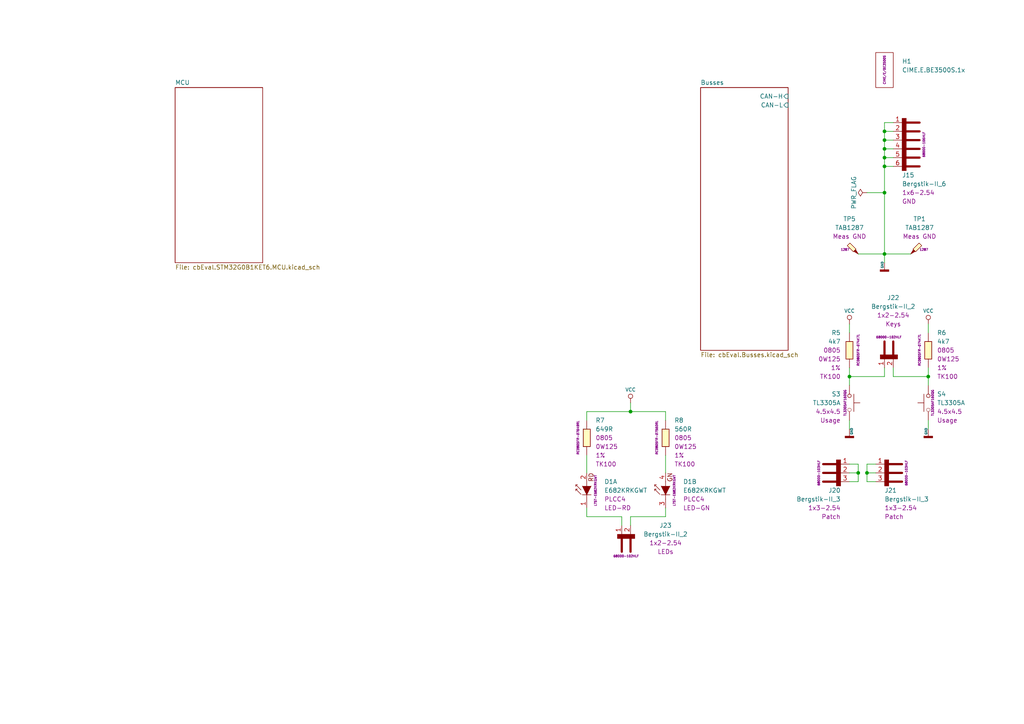
<source format=kicad_sch>
(kicad_sch (version 20211123) (generator eeschema)
  (paper "A4")
  (title_block (title "cbEval ATtiny412 & ATtiny1614") (rev "1.1.0"))
  (lib_symbols
    (symbol "D.LED:E682KRKGWT" (pin_names (offset 1.016) hide)
      (property "Reference" "D" (at 5.08 5.08 0))
      (property "Value" "E682KRKGWT" (at 5.08 2.54 0))
      (property "Package" "PLCC4" (at 5.08 0 0))
      (property "ID" "LTST-E682KRKGWT" (at 2.54 0 90))
      (property "Usage" "Usage" (at 5.08 -2.54 0))
      (symbol "E682KRKGWT_0_1"
        (polyline (pts (xy -3.175 1.651) (xy -3.175 1.143)))
        (polyline (pts (xy -1.27 -1.27) (xy 1.27 -1.27)) (stroke (width 0.1524)))
        (polyline (pts (xy 0 -2.54) (xy 0 -1.27)))
        (polyline (pts (xy 0 1.27) (xy 0 2.54)))
        (polyline (pts (xy -1.651 0.127) (xy -3.175 1.651) (xy -2.667 1.651)))
        (polyline (pts (xy -1.27 1.27) (xy 0 -1.27) (xy 1.27 1.27)) (fill (type outline)))
        (polyline (pts (xy -1.651 -1.143) (xy -3.175 0.381) (xy -2.667 0.381) (xy -3.175 0.381) (xy -3.175 -0.127)))
      )
      (symbol "E682KRKGWT_1_0"
        (text "RD" (at 1.27 3.81 900) (effects (font (size 1.27 1.27))))
      )
      (symbol "E682KRKGWT_1_1"
        (pin passive line (at 0 -5.08 90) (length 2.54) (name "Rd-C") (number "1"))
        (pin passive line (at 0 5.08 270) (length 2.54) (name "Rd-A") (number "2"))
      )
      (symbol "E682KRKGWT_2_0"
        (text "GN" (at 1.27 3.81 900) (effects (font (size 1.27 1.27))))
      )
      (symbol "E682KRKGWT_2_1"
        (pin passive line (at 0 -5.08 90) (length 2.54) (name "Gn-C") (number "3"))
        (pin passive line (at 0 5.08 270) (length 2.54) (name "Gn-A") (number "4"))
      )
    )
    (symbol "H.Housing:CIME.E.BE3500S.1x"
      (property "Reference" "H" (at 2.54 2.54 0))
      (property "Value" "CIME.E.BE3500S.1x" (at 2.54 -2.54 0))
      (property "ID" "CIME/E/BE3500S" (at 0 0 90))
      (symbol "CIME.E.BE3500S.1x_0_1"
        (rectangle (start -2.54 5.08) (end 2.54 -5.08) (stroke (width 0.1524)))
      )
    )
    (symbol "J.PinHeader:Bergstik-II_2" (pin_names (offset 0.002) hide)
      (property "Reference" "J" (at -2.54 -2.54 0))
      (property "Value" "Bergstik-II_2" (at -2.54 -5.08 0))
      (property "Package" "1x2-2.54" (at -2.54 -7.62 0))
      (property "Usage" "Usage" (at -2.54 -10.16 0))
      (property "ID" "68000-102HLF" (at 3.81 1.27 90))
      (symbol "Bergstik-II_2_0_1"
        (rectangle (start -2.54 3.81) (end -1.27 -1.27) (stroke (width 0.0006)) (fill (type outline)))
        (polyline (pts (xy -1.27 0) (xy 2.54 0)) (stroke (width 0.635)))
        (polyline (pts (xy -1.27 2.54) (xy 2.54 2.54)) (stroke (width 0.635)))
      )
      (symbol "Bergstik-II_2_1_1"
        (pin passive line (at -5.08 2.54 0) (length 2.54) (name "A1") (number "1"))
        (pin passive line (at -5.08 0 0) (length 2.54) (name "A2") (number "2"))
      )
    )
    (symbol "J.PinHeader:Bergstik-II_3" (pin_names (offset 0.002) hide)
      (property "Reference" "J" (at -2.54 -5.08 0))
      (property "Value" "Bergstik-II_3" (at -2.54 -7.62 0))
      (property "Package" "1x3-2.54" (at -2.54 -10.16 0))
      (property "Usage" "Usage" (at -2.54 -12.7 0))
      (property "ID" "68000-103HLF" (at 3.81 0 90))
      (symbol "Bergstik-II_3_0_1"
        (rectangle (start -2.54 3.81) (end -1.27 -3.81) (stroke (width 0.0006)) (fill (type outline)))
        (polyline (pts (xy -1.27 -2.54) (xy 2.54 -2.54)) (stroke (width 0.635)))
        (polyline (pts (xy -1.27 0) (xy 2.54 0)) (stroke (width 0.635)))
        (polyline (pts (xy -1.27 2.54) (xy 2.54 2.54)) (stroke (width 0.635)))
      )
      (symbol "Bergstik-II_3_1_1"
        (pin passive line (at -5.08 2.54 0) (length 2.54) (name "A1") (number "1"))
        (pin passive line (at -5.08 0 0) (length 2.54) (name "A2") (number "2"))
        (pin passive line (at -5.08 -2.54 0) (length 2.54) (name "A3") (number "3"))
      )
    )
    (symbol "J.PinHeader:Bergstik-II_6" (pin_names (offset 0.002) hide)
      (property "Reference" "J" (at -2.54 -10.16 0))
      (property "Value" "Bergstik-II_6" (at -2.54 -12.7 0))
      (property "Package" "1x6-2.54" (at -2.54 -15.24 0))
      (property "Usage" "Usage" (at -2.54 -17.78 0))
      (property "ID" "68000-106HLF" (at 3.81 -1.27 90))
      (symbol "Bergstik-II_6_0_1"
        (rectangle (start -2.54 6.35) (end -1.27 -8.89) (stroke (width 0.0006)) (fill (type outline)))
        (polyline (pts (xy -1.27 -7.62) (xy 2.54 -7.62)) (stroke (width 0.635)))
        (polyline (pts (xy -1.27 -5.08) (xy 2.54 -5.08)) (stroke (width 0.635)))
        (polyline (pts (xy -1.27 -2.54) (xy 2.54 -2.54)) (stroke (width 0.635)))
        (polyline (pts (xy -1.27 0) (xy 2.54 0)) (stroke (width 0.635)))
        (polyline (pts (xy -1.27 2.54) (xy 2.54 2.54)) (stroke (width 0.635)))
        (polyline (pts (xy -1.27 5.08) (xy 2.54 5.08)) (stroke (width 0.635)))
      )
      (symbol "Bergstik-II_6_1_1"
        (pin passive line (at -5.08 5.08 0) (length 2.54) (name "A1") (number "1"))
        (pin passive line (at -5.08 2.54 0) (length 2.54) (name "A2") (number "2"))
        (pin passive line (at -5.08 0 0) (length 2.54) (name "A3") (number "3"))
        (pin passive line (at -5.08 -2.54 0) (length 2.54) (name "A4") (number "4"))
        (pin passive line (at -5.08 -5.08 0) (length 2.54) (name "A5") (number "5"))
        (pin passive line (at -5.08 -7.62 0) (length 2.54) (name "A6") (number "6"))
      )
    )
    (symbol "R.Yageo.RC0805:4k7" (pin_numbers hide) (pin_names (offset 1.016) hide)
      (property "Reference" "R" (at 2.54 5.08 0))
      (property "Value" "4k7" (at 2.54 2.54 0))
      (property "Package" "0805" (at 2.54 0 0))
      (property "Power" "0W125" (at 2.54 -2.54 0))
      (property "Tolerance" "1%" (at 2.54 -5.08 0))
      (property "TK" "TK100" (at 2.54 -7.62 0))
      (property "ID" "RC0805FR-074K7L" (at -2.54 0 90))
      (symbol "4k7_0_1"
        (rectangle (start -1.016 2.54) (end 1.016 -2.54) (stroke (width 0.2032)) (fill (type background)))
      )
      (symbol "4k7_1_1"
        (pin passive line (at 0 5.08 270) (length 2.54) (name "~") (number "1"))
        (pin passive line (at 0 -5.08 90) (length 2.54) (name "~") (number "2"))
      )
    )
    (symbol "R.Yageo.RC0805:560R" (pin_numbers hide) (pin_names (offset 1.016) hide)
      (property "Reference" "R" (at 2.54 5.08 0))
      (property "Value" "560R" (at 2.54 2.54 0))
      (property "Package" "0805" (at 2.54 0 0))
      (property "Power" "0W125" (at 2.54 -2.54 0))
      (property "Tolerance" "1%" (at 2.54 -5.08 0))
      (property "TK" "TK100" (at 2.54 -7.62 0))
      (property "ID" "RC0805FR-07560RL" (at -2.54 0 90))
      (symbol "560R_0_1"
        (rectangle (start -1.016 2.54) (end 1.016 -2.54) (stroke (width 0.2032)) (fill (type background)))
      )
      (symbol "560R_1_1"
        (pin passive line (at 0 5.08 270) (length 2.54) (name "~") (number "1"))
        (pin passive line (at 0 -5.08 90) (length 2.54) (name "~") (number "2"))
      )
    )
    (symbol "R.Yageo.RC0805:649R" (pin_numbers hide) (pin_names (offset 1.016) hide)
      (property "Reference" "R" (at 2.54 5.08 0))
      (property "Value" "649R" (at 2.54 2.54 0))
      (property "Package" "0805" (at 2.54 0 0))
      (property "Power" "0W125" (at 2.54 -2.54 0))
      (property "Tolerance" "1%" (at 2.54 -5.08 0))
      (property "TK" "TK100" (at 2.54 -7.62 0))
      (property "ID" "RC0805FR-07649RL" (at -2.54 0 90))
      (symbol "649R_0_1"
        (rectangle (start -1.016 2.54) (end 1.016 -2.54) (stroke (width 0.2032)) (fill (type background)))
      )
      (symbol "649R_1_1"
        (pin passive line (at 0 5.08 270) (length 2.54) (name "~") (number "1"))
        (pin passive line (at 0 -5.08 90) (length 2.54) (name "~") (number "2"))
      )
    )
    (symbol "S:TL3305A" (pin_numbers hide) (pin_names (offset 1.016) hide)
      (property "Reference" "S" (at 2.54 2.54 0))
      (property "Value" "TL3305A" (at 2.54 0 0))
      (property "Package" "4.5x4.5" (at 2.54 -2.54 0))
      (property "Usage" "Usage" (at 2.54 -5.08 0))
      (property "ID" "TL3305AF160QG" (at 1.27 0 90))
      (symbol "TL3305A_0_1"
        (circle (center 0 -2.032) (radius 0.508) (stroke (width 0.0508)))
        (polyline (pts (xy -1.27 0) (xy -3.048 0)))
        (polyline (pts (xy -1.27 2.54) (xy -1.27 -2.54)))
        (circle (center 0 2.032) (radius 0.508))
        (pin passive line (at 0 5.08 270) (length 2.54) (name "1") (number "1"))
        (pin passive line (at 0 -5.08 90) (length 2.54) (name "2") (number "2"))
      )
    )
    (symbol "Supply:GND" (power) (pin_numbers hide) (pin_names (offset 0) hide)
      (property "Value" "GND" (at -0.635 -0.635 90))
      (symbol "GND_0_1"
        (rectangle (start -1.27 -2.032) (end 1.27 -2.54) (stroke (width 0.1524)) (fill (type outline)))
        (polyline (pts (xy 0 0) (xy 0 -2.032)) (stroke (width 0.1524)))
      )
      (symbol "GND_1_1"
        (pin power_in line (at 0 0 270) (length 0) hide (name "GND") (number "1"))
      )
    )
    (symbol "Supply:PWR_FLAG" (power) (pin_numbers hide) (pin_names (offset 0) hide)
      (property "Value" "PWR_FLAG" (at 0 3.81 0))
      (symbol "PWR_FLAG_0_0"
        (pin power_out line (at 0 0 90) (length 0) (name "pwr") (number "1"))
      )
      (symbol "PWR_FLAG_0_1"
        (polyline (pts (xy 0 0) (xy 0 1.27) (xy -1.016 1.905) (xy 0 2.54) (xy 1.016 1.905) (xy 0 1.27)))
      )
    )
    (symbol "Supply:VCC" (power) (pin_numbers hide) (pin_names (offset 0) hide)
      (property "Value" "VCC" (at 0 3.81 0))
      (symbol "VCC_0_1"
        (polyline (pts (xy 0 0) (xy 0 1.27)))
        (circle (center 0 1.905) (radius 0.635))
      )
      (symbol "VCC_1_1"
        (pin power_in line (at 0 0 90) (length 0) hide (name "VCC") (number "1"))
      )
    )
    (symbol "TP.Keystone:TAB1287" (pin_numbers hide) (pin_names (offset 0.762) hide)
      (property "Reference" "TP" (at 2.54 10.16 0))
      (property "Value" "TAB1287" (at 2.54 7.62 0))
      (property "Usage" "Usage" (at 2.54 5.08 0))
      (property "ID" "1287" (at 3.81 1.27 0))
      (symbol "TAB1287_0_1"
        (polyline (pts (xy 1.27 0.762) (xy 0 0) (xy 0.762 1.27) (xy 1.27 0.762)) (fill (type outline)))
        (polyline (pts (xy 1.397 0.635) (xy 0.635 1.397) (xy 2.413 3.175) (xy 3.175 2.413) (xy 1.397 0.635)) (fill (type background)))
      )
      (symbol "TAB1287_1_1"
        (pin passive line (at 0 0 90) (length 0) (name "1") (number "1"))
      )
    )
  )
  (junction (at 251.46 137.16) (diameter 0.9144))
  (junction (at 256.54 40.64) (diameter 0.9144))
  (junction (at 248.92 137.16) (diameter 0.9144))
  (junction (at 256.54 73.66) (diameter 0.9144))
  (junction (at 256.54 55.88) (diameter 0.9144))
  (junction (at 256.54 43.18) (diameter 0.9144))
  (junction (at 246.38 109.22) (diameter 0.9144))
  (junction (at 256.54 48.26) (diameter 0.9144))
  (junction (at 182.88 119.38) (diameter 0.9144))
  (junction (at 256.54 45.72) (diameter 0.9144))
  (junction (at 256.54 38.1) (diameter 0.9144))
  (junction (at 269.24 109.22) (diameter 0.9144))
  (wire (pts (xy 256.54 48.26) (xy 256.54 45.72)))
  (wire (pts (xy 259.08 106.68) (xy 259.08 109.22)))
  (wire (pts (xy 259.08 109.22) (xy 269.24 109.22)))
  (wire (pts (xy 256.54 48.26) (xy 256.54 55.88)))
  (wire (pts (xy 256.54 55.88) (xy 256.54 73.66)))
  (wire (pts (xy 269.24 96.52) (xy 269.24 93.98)))
  (wire (pts (xy 259.08 38.1) (xy 256.54 38.1)))
  (wire (pts (xy 170.18 149.86) (xy 170.18 147.32)))
  (wire (pts (xy 180.34 149.86) (xy 170.18 149.86)))
  (wire (pts (xy 180.34 152.4) (xy 180.34 149.86)))
  (wire (pts (xy 256.54 38.1) (xy 256.54 35.56)))
  (wire (pts (xy 251.46 55.88) (xy 256.54 55.88)))
  (wire (pts (xy 269.24 124.46) (xy 269.24 121.92)))
  (wire (pts (xy 256.54 45.72) (xy 256.54 43.18)))
  (wire (pts (xy 256.54 76.2) (xy 256.54 73.66)))
  (wire (pts (xy 259.08 48.26) (xy 256.54 48.26)))
  (wire (pts (xy 193.04 121.92) (xy 193.04 119.38)))
  (wire (pts (xy 246.38 134.62) (xy 248.92 134.62)))
  (wire (pts (xy 248.92 134.62) (xy 248.92 137.16)))
  (wire (pts (xy 248.92 137.16) (xy 248.92 139.7)))
  (wire (pts (xy 248.92 139.7) (xy 246.38 139.7)))
  (wire (pts (xy 259.08 40.64) (xy 256.54 40.64)))
  (wire (pts (xy 246.38 137.16) (xy 248.92 137.16)))
  (wire (pts (xy 256.54 35.56) (xy 259.08 35.56)))
  (wire (pts (xy 256.54 43.18) (xy 256.54 40.64)))
  (wire (pts (xy 264.16 73.66) (xy 256.54 73.66)))
  (wire (pts (xy 256.54 40.64) (xy 256.54 38.1)))
  (wire (pts (xy 193.04 137.16) (xy 193.04 132.08)))
  (wire (pts (xy 182.88 116.84) (xy 182.88 119.38)))
  (wire (pts (xy 251.46 134.62) (xy 251.46 137.16)))
  (wire (pts (xy 251.46 137.16) (xy 251.46 139.7)))
  (wire (pts (xy 251.46 139.7) (xy 254 139.7)))
  (wire (pts (xy 254 134.62) (xy 251.46 134.62)))
  (wire (pts (xy 269.24 109.22) (xy 269.24 106.68)))
  (wire (pts (xy 269.24 111.76) (xy 269.24 109.22)))
  (wire (pts (xy 256.54 106.68) (xy 256.54 109.22)))
  (wire (pts (xy 256.54 109.22) (xy 246.38 109.22)))
  (wire (pts (xy 259.08 43.18) (xy 256.54 43.18)))
  (wire (pts (xy 170.18 119.38) (xy 182.88 119.38)))
  (wire (pts (xy 170.18 121.92) (xy 170.18 119.38)))
  (wire (pts (xy 182.88 119.38) (xy 193.04 119.38)))
  (wire (pts (xy 246.38 109.22) (xy 246.38 106.68)))
  (wire (pts (xy 246.38 111.76) (xy 246.38 109.22)))
  (wire (pts (xy 170.18 137.16) (xy 170.18 132.08)))
  (wire (pts (xy 254 137.16) (xy 251.46 137.16)))
  (wire (pts (xy 259.08 45.72) (xy 256.54 45.72)))
  (wire (pts (xy 182.88 149.86) (xy 193.04 149.86)))
  (wire (pts (xy 182.88 152.4) (xy 182.88 149.86)))
  (wire (pts (xy 193.04 149.86) (xy 193.04 147.32)))
  (wire (pts (xy 246.38 124.46) (xy 246.38 121.92)))
  (wire (pts (xy 248.92 73.66) (xy 256.54 73.66)))
  (wire (pts (xy 246.38 96.52) (xy 246.38 93.98)))
  (symbol (lib_id "TP.Keystone:TAB1287") (at 248.92 73.66 0) (mirror y) (unit 1)
    (property "Reference" "TP5" (at 246.38 63.5 0))
    (property "Value" "TAB1287" (at 246.38 66.04 0))
    (property "Footprint" "TestPoint:TestPoint_Bridge_Pitch5.08mm_Drill1.3mm" (effects hide))
    (property "Datasheet" "https://www.keyelco.com/userAssets/file/M65p59.pdf" (effects hide))
    (property "Usage" "Meas GND" (at 246.38 68.58 0))
    (property "ID" "1287" (at 245.11 72.39 0) (effects (font (size 0.635 0.635))))
  )
  (symbol (lib_id "Supply:VCC") (at 182.88 116.84 0) (unit 1)
    (property "Reference" "#PWR029" (effects hide))
    (property "Value" "VCC" (at 182.88 113.03 0) (effects (font (size 1.016 1.016))))
  )
  (symbol (lib_id "R.Yageo.RC0805:4k7") (at 246.38 101.6 0) (mirror y) (unit 1)
    (property "Reference" "R5" (at 243.84 96.52 0) (effects (justify left)))
    (property "Value" "4k7" (at 243.84 99.06 0) (effects (justify left)))
    (property "Footprint" "Resistor_SMD:R_0805_2012Metric" (effects hide))
    (property "Datasheet" "R.Yaego.RC0805.pdf" (effects hide))
    (property "Package" "0805" (at 243.84 101.6 0) (effects (justify left)))
    (property "Power" "0W125" (at 243.84 104.14 0) (effects (justify left)))
    (property "Tolerance" "1%" (at 243.84 106.68 0) (effects (justify left)))
    (property "TK" "TK100" (at 243.84 109.22 0) (effects (justify left)))
    (property "ID" "RC0805FR-074K7L" (at 248.92 101.6 90) (effects (font (size 0.635 0.635) italic)))
  )
  (symbol (lib_id "Supply:GND") (at 246.38 124.46 0) (mirror y) (unit 1)
    (property "Reference" "#PWR026" (effects hide))
    (property "Value" "GND" (at 247.015 125.095 90) (effects (font (size 0.635 0.635))))
  )
  (symbol (lib_id "Supply:GND") (at 256.54 76.2 0) (unit 1)
    (property "Reference" "#PWR01" (effects hide))
    (property "Value" "GND" (at 255.905 76.835 90) (effects (font (size 0.635 0.635))))
  )
  (symbol (lib_id "Supply:GND") (at 269.24 124.46 0) (unit 1)
    (property "Reference" "#PWR028" (effects hide))
    (property "Value" "GND" (at 268.605 125.095 90) (effects (font (size 0.635 0.635))))
  )
  (symbol (lib_id "R.Yageo.RC0805:4k7") (at 269.24 101.6 0) (unit 1)
    (property "Reference" "R6" (at 271.78 96.52 0) (effects (justify left)))
    (property "Value" "4k7" (at 271.78 99.06 0) (effects (justify left)))
    (property "Footprint" "Resistor_SMD:R_0805_2012Metric" (effects hide))
    (property "Datasheet" "R.Yaego.RC0805.pdf" (effects hide))
    (property "Package" "0805" (at 271.78 101.6 0) (effects (justify left)))
    (property "Power" "0W125" (at 271.78 104.14 0) (effects (justify left)))
    (property "Tolerance" "1%" (at 271.78 106.68 0) (effects (justify left)))
    (property "TK" "TK100" (at 271.78 109.22 0) (effects (justify left)))
    (property "ID" "RC0805FR-074K7L" (at 266.7 101.6 90) (effects (font (size 0.635 0.635) italic)))
  )
  (symbol (lib_id "R.Yageo.RC0805:649R") (at 170.18 127 0) (unit 1)
    (property "Reference" "R7" (at 172.72 121.92 0) (effects (justify left)))
    (property "Value" "649R" (at 172.72 124.46 0) (effects (justify left)))
    (property "Footprint" "Resistor_SMD:R_0805_2012Metric" (effects hide))
    (property "Datasheet" "R.Yaego.RC0805.pdf" (effects hide))
    (property "Package" "0805" (at 172.72 127 0) (effects (justify left)))
    (property "Power" "0W125" (at 172.72 129.54 0) (effects (justify left)))
    (property "Tolerance" "1%" (at 172.72 132.08 0) (effects (justify left)))
    (property "TK" "TK100" (at 172.72 134.62 0) (effects (justify left)))
    (property "ID" "RC0805FR-07649RL" (at 167.64 127 90) (effects (font (size 0.635 0.635) italic)))
  )
  (symbol (lib_id "J.PinHeader:Bergstik-II_3") (at 241.3 137.16 0) (mirror y) (unit 1)
    (property "Reference" "J20" (at 243.84 142.24 0) (effects (justify left)))
    (property "Value" "Bergstik-II_3" (at 243.84 144.78 0) (effects (justify left)))
    (property "Footprint" "Connector_PinHeader_2.54mm:PinHeader_1x03_P2.54mm_Vertical" (effects hide))
    (property "Datasheet" "https://cdn.amphenol-icc.com/media/wysiwyg/files/drawing/68000.pdf?__cf_chl_jschl_tk__=264da0a199af1bdefb04026963ad3c85a073036f-1615910483-0-AaX8LtgG8apEDzGIqgzQ0aoAKWkj50oj4JyeD-4a-BjpVTotUkz0b9CwK48SctxW9RfQ29uHK-g8U4Q7W950UfkLI47M2h-zbxXP0QVGLOROToQCZGWcFC-c_QilEUacZTRKDvvL4FAsQqyycsf3m4Eg-isf3_QP12ONd_wWQcMNK-LuQ3eyU0ZB_uGz-1tHBPJYyv3B6ZQ-xQw3v8oWI_eE_zzEWbIWrLFoFf6eZXoAoT5Y4wJiyDXoV-vBmq5F4mSG8H7EqnWkU4EpxDA2-swokem-Q60MTknd4E9RK0nSmJU_PhEDac0Sb3Im75HD1QHXcTu1yMJzQCNpgpofH-wmgz79VfPk4ttpW38ZPDdPIxv_B7gR4gWWdhvgQyW6byYqLE8E5a8tpA31lZkCN19ufDO8SqP6UAFJscCeeydKEgOe2Ksu_LJQubib6v3-6A" (effects hide))
    (property "Package" "1x3-2.54" (at 243.84 147.32 0) (effects (justify left)))
    (property "Usage" "Patch" (at 243.84 149.86 0) (effects (justify left)))
    (property "ID" "68000-103HLF" (at 237.49 137.16 90) (effects (font (size 0.635 0.635))))
  )
  (symbol (lib_id "R.Yageo.RC0805:560R") (at 193.04 127 0) (unit 1)
    (property "Reference" "R8" (at 195.58 121.92 0) (effects (justify left)))
    (property "Value" "560R" (at 195.58 124.46 0) (effects (justify left)))
    (property "Footprint" "Resistor_SMD:R_0805_2012Metric" (effects hide))
    (property "Datasheet" "R.Yaego.RC0805.pdf" (effects hide))
    (property "Package" "0805" (at 195.58 127 0) (effects (justify left)))
    (property "Power" "0W125" (at 195.58 129.54 0) (effects (justify left)))
    (property "Tolerance" "1%" (at 195.58 132.08 0) (effects (justify left)))
    (property "TK" "TK100" (at 195.58 134.62 0) (effects (justify left)))
    (property "ID" "RC0805FR-07560RL" (at 190.5 127 90) (effects (font (size 0.635 0.635) italic)))
  )
  (symbol (lib_id "H.Housing:CIME.E.BE3500S.1x") (at 256.54 20.32 0) (unit 1)
    (property "Reference" "H1" (at 261.62 17.78 0) (effects (justify left)))
    (property "Value" "CIME.E.BE3500S.1x" (at 261.62 20.32 0) (effects (justify left)))
    (property "Footprint" "BTech.Housing:Camdenboss.CIME.E.BE3500S.1x" (effects hide))
    (property "Datasheet" "https://cdn-reichelt.de/documents/datenblatt/C700/CIME_E.pdf" (effects hide))
    (property "ID" "CIME/E/BE3500S" (at 256.54 20.32 90) (effects (font (size 0.635 0.635) italic)))
  )
  (symbol (lib_id "S:TL3305A") (at 246.38 116.84 0) (mirror y) (unit 1)
    (property "Reference" "S3" (at 243.84 114.3 0) (effects (justify left)))
    (property "Value" "TL3305A" (at 243.84 116.84 0) (effects (justify left)))
    (property "Footprint" "Button_Switch_SMD:SW_SPST_TL3305A" (effects hide))
    (property "Datasheet" "https://sten-eswitch-13110800-production.s3.amazonaws.com/system/asset/product_line/data_sheet/213/TL3305.pdf" (effects hide))
    (property "Package" "4.5x4.5" (at 243.84 119.38 0) (effects (justify left)))
    (property "Usage" "Usage" (at 243.84 121.92 0) (effects (justify left)))
    (property "ID" "TL3305AF160QG" (at 245.11 116.84 90) (effects (font (size 0.635 0.635))))
  )
  (symbol (lib_id "J.PinHeader:Bergstik-II_2") (at 182.88 157.48 90) (mirror x) (unit 1)
    (property "Reference" "J23" (at 193.04 152.4 90))
    (property "Value" "Bergstik-II_2" (at 193.04 154.94 90))
    (property "Footprint" "Connector_PinHeader_2.54mm:PinHeader_1x02_P2.54mm_Vertical" (effects hide))
    (property "Datasheet" "https://cdn.amphenol-icc.com/media/wysiwyg/files/drawing/68000.pdf?__cf_chl_jschl_tk__=264da0a199af1bdefb04026963ad3c85a073036f-1615910483-0-AaX8LtgG8apEDzGIqgzQ0aoAKWkj50oj4JyeD-4a-BjpVTotUkz0b9CwK48SctxW9RfQ29uHK-g8U4Q7W950UfkLI47M2h-zbxXP0QVGLOROToQCZGWcFC-c_QilEUacZTRKDvvL4FAsQqyycsf3m4Eg-isf3_QP12ONd_wWQcMNK-LuQ3eyU0ZB_uGz-1tHBPJYyv3B6ZQ-xQw3v8oWI_eE_zzEWbIWrLFoFf6eZXoAoT5Y4wJiyDXoV-vBmq5F4mSG8H7EqnWkU4EpxDA2-swokem-Q60MTknd4E9RK0nSmJU_PhEDac0Sb3Im75HD1QHXcTu1yMJzQCNpgpofH-wmgz79VfPk4ttpW38ZPDdPIxv_B7gR4gWWdhvgQyW6byYqLE8E5a8tpA31lZkCN19ufDO8SqP6UAFJscCeeydKEgOe2Ksu_LJQubib6v3-6A" (effects hide))
    (property "Package" "1x2-2.54" (at 193.04 157.48 90))
    (property "Usage" "LEDs" (at 193.04 160.02 90))
    (property "ID" "68000-102HLF" (at 181.61 161.29 90) (effects (font (size 0.635 0.635))))
  )
  (symbol (lib_id "S:TL3305A") (at 269.24 116.84 0) (unit 1)
    (property "Reference" "S4" (at 271.78 114.3 0) (effects (justify left)))
    (property "Value" "TL3305A" (at 271.78 116.84 0) (effects (justify left)))
    (property "Footprint" "Button_Switch_SMD:SW_SPST_TL3305A" (effects hide))
    (property "Datasheet" "https://sten-eswitch-13110800-production.s3.amazonaws.com/system/asset/product_line/data_sheet/213/TL3305.pdf" (effects hide))
    (property "Package" "4.5x4.5" (at 271.78 119.38 0) (effects (justify left)))
    (property "Usage" "Usage" (at 271.78 121.92 0) (effects (justify left)))
    (property "ID" "TL3305AF160QG" (at 270.51 116.84 90) (effects (font (size 0.635 0.635))))
  )
  (symbol (lib_id "D.LED:E682KRKGWT") (at 193.04 142.24 0) (unit 2)
    (property "Reference" "D1" (at 198.12 139.7 0) (effects (justify left)))
    (property "Value" "E682KRKGWT" (at 198.12 142.24 0) (effects (justify left)))
    (property "Footprint" "LED_SMD:LED_Avago_PLCC4_3.2x2.8mm_CW" (effects hide))
    (property "Datasheet" "https://optoelectronics.liteon.com/upload/download/DS22-2011-0354/LTST-E682KRKGWT.pdf" (effects hide))
    (property "Package" "PLCC4" (at 198.12 144.78 0) (effects (justify left)))
    (property "ID" "LTST-E682KRKGWT" (at 195.58 142.24 90) (effects (font (size 0.635 0.635))))
    (property "Usage" "LED-GN" (at 198.12 147.32 0) (effects (justify left)))
  )
  (symbol (lib_id "Supply:VCC") (at 269.24 93.98 0) (unit 1)
    (property "Reference" "#PWR027" (effects hide))
    (property "Value" "VCC" (at 269.24 90.17 0) (effects (font (size 1.016 1.016))))
  )
  (symbol (lib_id "TP.Keystone:TAB1287") (at 264.16 73.66 0) (unit 1)
    (property "Reference" "TP1" (at 266.7 63.5 0))
    (property "Value" "TAB1287" (at 266.7 66.04 0))
    (property "Footprint" "TestPoint:TestPoint_Bridge_Pitch5.08mm_Drill1.3mm" (effects hide))
    (property "Datasheet" "https://www.keyelco.com/userAssets/file/M65p59.pdf" (effects hide))
    (property "Usage" "Meas GND" (at 266.7 68.58 0))
    (property "ID" "1287" (at 267.97 72.39 0) (effects (font (size 0.635 0.635))))
  )
  (symbol (lib_id "J.PinHeader:Bergstik-II_3") (at 259.08 137.16 0) (unit 1)
    (property "Reference" "J21" (at 256.54 142.24 0) (effects (justify left)))
    (property "Value" "Bergstik-II_3" (at 256.54 144.78 0) (effects (justify left)))
    (property "Footprint" "Connector_PinHeader_2.54mm:PinHeader_1x03_P2.54mm_Vertical" (effects hide))
    (property "Datasheet" "https://cdn.amphenol-icc.com/media/wysiwyg/files/drawing/68000.pdf?__cf_chl_jschl_tk__=264da0a199af1bdefb04026963ad3c85a073036f-1615910483-0-AaX8LtgG8apEDzGIqgzQ0aoAKWkj50oj4JyeD-4a-BjpVTotUkz0b9CwK48SctxW9RfQ29uHK-g8U4Q7W950UfkLI47M2h-zbxXP0QVGLOROToQCZGWcFC-c_QilEUacZTRKDvvL4FAsQqyycsf3m4Eg-isf3_QP12ONd_wWQcMNK-LuQ3eyU0ZB_uGz-1tHBPJYyv3B6ZQ-xQw3v8oWI_eE_zzEWbIWrLFoFf6eZXoAoT5Y4wJiyDXoV-vBmq5F4mSG8H7EqnWkU4EpxDA2-swokem-Q60MTknd4E9RK0nSmJU_PhEDac0Sb3Im75HD1QHXcTu1yMJzQCNpgpofH-wmgz79VfPk4ttpW38ZPDdPIxv_B7gR4gWWdhvgQyW6byYqLE8E5a8tpA31lZkCN19ufDO8SqP6UAFJscCeeydKEgOe2Ksu_LJQubib6v3-6A" (effects hide))
    (property "Package" "1x3-2.54" (at 256.54 147.32 0) (effects (justify left)))
    (property "Usage" "Patch" (at 256.54 149.86 0) (effects (justify left)))
    (property "ID" "68000-103HLF" (at 262.89 137.16 90) (effects (font (size 0.635 0.635))))
  )
  (symbol (lib_id "Supply:PWR_FLAG") (at 251.46 55.88 90) (unit 1)
    (property "Reference" "#FLG01" (effects hide))
    (property "Value" "PWR_FLAG" (at 247.65 55.88 0))
  )
  (symbol (lib_id "D.LED:E682KRKGWT") (at 170.18 142.24 0) (unit 1)
    (property "Reference" "D1" (at 175.26 139.7 0) (effects (justify left)))
    (property "Value" "E682KRKGWT" (at 175.26 142.24 0) (effects (justify left)))
    (property "Footprint" "LED_SMD:LED_Avago_PLCC4_3.2x2.8mm_CW" (effects hide))
    (property "Datasheet" "https://optoelectronics.liteon.com/upload/download/DS22-2011-0354/LTST-E682KRKGWT.pdf" (effects hide))
    (property "Package" "PLCC4" (at 175.26 144.78 0) (effects (justify left)))
    (property "ID" "LTST-E682KRKGWT" (at 172.72 142.24 90) (effects (font (size 0.635 0.635))))
    (property "Usage" "LED-RD" (at 175.26 147.32 0) (effects (justify left)))
  )
  (symbol (lib_id "J.PinHeader:Bergstik-II_2") (at 259.08 101.6 90) (unit 1)
    (property "Reference" "J22" (at 259.08 86.36 90))
    (property "Value" "Bergstik-II_2" (at 259.08 88.9 90))
    (property "Footprint" "Connector_PinHeader_2.54mm:PinHeader_1x02_P2.54mm_Vertical" (effects hide))
    (property "Datasheet" "https://cdn.amphenol-icc.com/media/wysiwyg/files/drawing/68000.pdf?__cf_chl_jschl_tk__=264da0a199af1bdefb04026963ad3c85a073036f-1615910483-0-AaX8LtgG8apEDzGIqgzQ0aoAKWkj50oj4JyeD-4a-BjpVTotUkz0b9CwK48SctxW9RfQ29uHK-g8U4Q7W950UfkLI47M2h-zbxXP0QVGLOROToQCZGWcFC-c_QilEUacZTRKDvvL4FAsQqyycsf3m4Eg-isf3_QP12ONd_wWQcMNK-LuQ3eyU0ZB_uGz-1tHBPJYyv3B6ZQ-xQw3v8oWI_eE_zzEWbIWrLFoFf6eZXoAoT5Y4wJiyDXoV-vBmq5F4mSG8H7EqnWkU4EpxDA2-swokem-Q60MTknd4E9RK0nSmJU_PhEDac0Sb3Im75HD1QHXcTu1yMJzQCNpgpofH-wmgz79VfPk4ttpW38ZPDdPIxv_B7gR4gWWdhvgQyW6byYqLE8E5a8tpA31lZkCN19ufDO8SqP6UAFJscCeeydKEgOe2Ksu_LJQubib6v3-6A" (effects hide))
    (property "Package" "1x2-2.54" (at 259.08 91.44 90))
    (property "Usage" "Keys" (at 259.08 93.98 90))
    (property "ID" "68000-102HLF" (at 257.81 97.79 90) (effects (font (size 0.635 0.635))))
  )
  (symbol (lib_id "Supply:VCC") (at 246.38 93.98 0) (mirror y) (unit 1)
    (property "Reference" "#PWR025" (effects hide))
    (property "Value" "VCC" (at 246.38 90.17 0) (effects (font (size 1.016 1.016))))
  )
  (symbol (lib_id "J.PinHeader:Bergstik-II_6") (at 264.16 40.64 0) (unit 1)
    (property "Reference" "J15" (at 261.62 50.8 0) (effects (justify left)))
    (property "Value" "Bergstik-II_6" (at 261.62 53.34 0) (effects (justify left)))
    (property "Footprint" "Connector_PinHeader_2.54mm:PinHeader_1x06_P2.54mm_Vertical" (effects hide))
    (property "Datasheet" "https://cdn.amphenol-icc.com/media/wysiwyg/files/drawing/68000.pdf?__cf_chl_jschl_tk__=264da0a199af1bdefb04026963ad3c85a073036f-1615910483-0-AaX8LtgG8apEDzGIqgzQ0aoAKWkj50oj4JyeD-4a-BjpVTotUkz0b9CwK48SctxW9RfQ29uHK-g8U4Q7W950UfkLI47M2h-zbxXP0QVGLOROToQCZGWcFC-c_QilEUacZTRKDvvL4FAsQqyycsf3m4Eg-isf3_QP12ONd_wWQcMNK-LuQ3eyU0ZB_uGz-1tHBPJYyv3B6ZQ-xQw3v8oWI_eE_zzEWbIWrLFoFf6eZXoAoT5Y4wJiyDXoV-vBmq5F4mSG8H7EqnWkU4EpxDA2-swokem-Q60MTknd4E9RK0nSmJU_PhEDac0Sb3Im75HD1QHXcTu1yMJzQCNpgpofH-wmgz79VfPk4ttpW38ZPDdPIxv_B7gR4gWWdhvgQyW6byYqLE8E5a8tpA31lZkCN19ufDO8SqP6UAFJscCeeydKEgOe2Ksu_LJQubib6v3-6A" (effects hide))
    (property "Package" "1x6-2.54" (at 261.62 55.88 0) (effects (justify left)))
    (property "Usage" "GND" (at 261.62 58.42 0) (effects (justify left)))
    (property "ID" "68000-106HLF" (at 267.97 41.91 90) (effects (font (size 0.635 0.635))))
  )
  (sheet (at 50.8 25.4) (size 25.4 50.8) (stroke (width 0.1524))
    (property "Sheet name" "MCU" (at 50.8 24.6884 0) (effects (justify left bottom)))
    (property "Sheet file" "cbEval.STM32G0B1KET6.MCU.kicad_sch" (at 50.8 76.7846 0) (effects (justify left top)))
  )
  (sheet (at 203.2 25.4) (size 25.4 76.2) (stroke (width 0.1524))
    (property "Sheet name" "Busses" (at 203.2 24.6884 0) (effects (justify left bottom)))
    (property "Sheet file" "cbEval.Busses.kicad_sch" (at 203.2 102.1846 0) (effects (justify left top)))
    (pin "CAN-H" input (at 228.6 27.94 0))
    (pin "CAN-L" input (at 228.6 30.48 0))
  )
)
</source>
